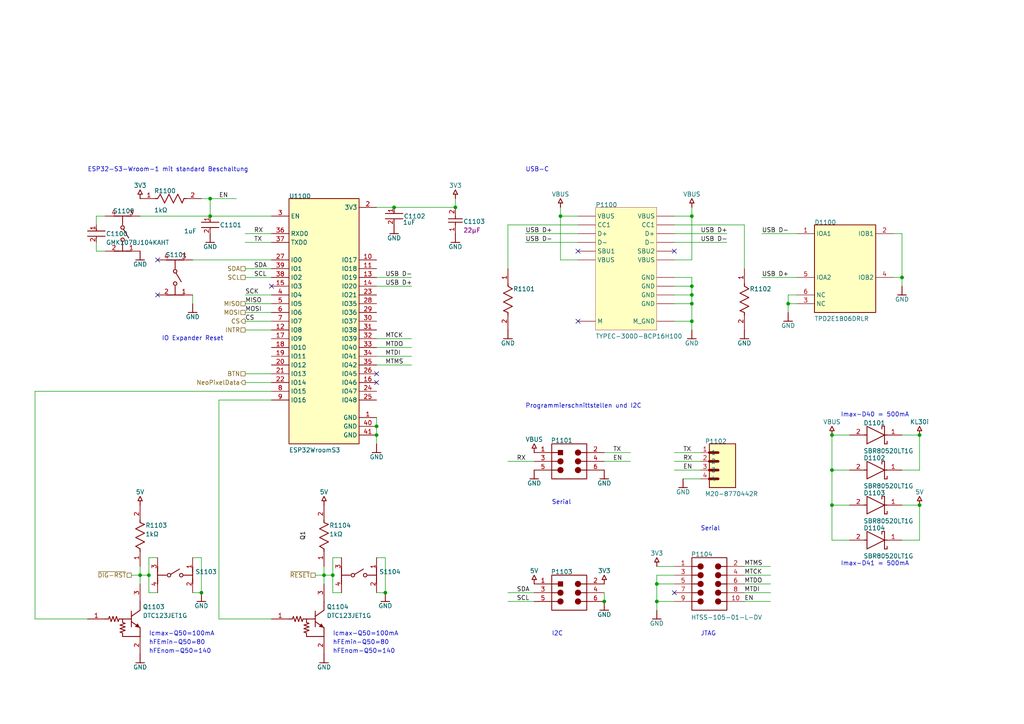
<source format=kicad_sch>
(kicad_sch (version 20231120) (generator "eeschema") (generator_version "8.0")
  (paper "A4")
  (junction (at 111.76 171.9072))
  (junction (at 200.66 62.6872))
  (junction (at 43.18 166.8272))
  (junction (at 40.64 166.8272))
  (junction (at 58.42 171.9072))
  (junction (at 200.66 85.5472))
  (junction (at 96.52 166.8272))
  (junction (at 261.62 80.4672))
  (junction (at 228.6 88.0872))
  (junction (at 200.66 93.1672))
  (junction (at 190.5 174.4472))
  (junction (at 175.26 174.4472))
  (junction (at 109.22 123.6472))
  (junction (at 241.3 136.3472))
  (junction (at 266.7 126.1872))
  (junction (at 60.96 62.6872))
  (junction (at 241.3 126.1872))
  (junction (at 200.66 83.0072))
  (junction (at 162.56 62.6872))
  (junction (at 132.08 60.1472))
  (junction (at 190.5 169.3672))
  (junction (at 109.22 126.1872))
  (junction (at 93.98 166.8272))
  (junction (at 200.66 88.0872))
  (junction (at 114.3 60.1472))
  (junction (at 60.96 57.6072))
  (junction (at 241.3 146.5072))
  (junction (at 266.7 146.5072))
  (no_connect (at 109.22 108.4072))
  (no_connect (at 45.72 75.3872))
  (no_connect (at 167.64 72.8472))
  (no_connect (at 195.58 171.9072))
  (no_connect (at 195.58 72.8472))
  (no_connect (at 167.64 93.1672))
  (no_connect (at 45.72 85.5472))
  (no_connect (at 109.22 110.9472))
  (no_connect (at 78.74 83.0072))
  (wire (pts (xy 71.12 70.3072) (xy 78.74 70.3072)))
  (wire (pts (xy 215.9 65.2272) (xy 195.58 65.2272)))
  (wire (pts (xy 200.66 83.0072) (xy 200.66 80.4672)))
  (wire (pts (xy 60.96 57.6072) (xy 68.58 57.6072)))
  (wire (pts (xy 60.96 62.6872) (xy 60.96 57.6072)))
  (wire (pts (xy 223.52 169.3672) (xy 215.9 169.3672)))
  (wire (pts (xy 78.74 93.1672) (xy 71.12 93.1672)))
  (wire (pts (xy 147.32 77.9272) (xy 147.32 65.2272)))
  (wire (pts (xy 40.64 166.8272) (xy 38.1 166.8272)))
  (wire (pts (xy 220.98 67.7672) (xy 231.14 67.7672)))
  (wire (pts (xy 241.3 136.3472) (xy 246.38 136.3472)))
  (wire (pts (xy 93.98 166.8272) (xy 93.98 169.3672)))
  (wire (pts (xy 119.38 103.3272) (xy 109.22 103.3272)))
  (wire (pts (xy 195.58 133.8072) (xy 203.2 133.8072)))
  (wire (pts (xy 111.76 161.7472) (xy 111.76 171.9072)))
  (wire (pts (xy 266.7 136.3472) (xy 266.7 126.1872)))
  (wire (pts (xy 60.96 57.6072) (xy 58.42 57.6072)))
  (wire (pts (xy 96.52 171.9072) (xy 99.06 171.9072)))
  (wire (pts (xy 261.62 80.4672) (xy 261.62 67.7672)))
  (wire (pts (xy 119.38 105.8672) (xy 109.22 105.8672)))
  (wire (pts (xy 190.5 164.2872) (xy 195.58 164.2872)))
  (wire (pts (xy 78.74 88.0872) (xy 71.12 88.0872)))
  (wire (pts (xy 40.64 62.6872) (xy 60.96 62.6872)))
  (wire (pts (xy 93.98 166.8272) (xy 91.44 166.8272)))
  (wire (pts (xy 182.88 131.2672) (xy 175.26 131.2672)))
  (wire (pts (xy 261.62 83.0072) (xy 261.62 80.4672)))
  (wire (pts (xy 99.06 161.7472) (xy 96.52 161.7472)))
  (wire (pts (xy 71.12 95.7072) (xy 78.74 95.7072)))
  (wire (pts (xy 167.64 62.6872) (xy 162.56 62.6872)))
  (wire (pts (xy 228.6 88.0872) (xy 228.6 85.5472)))
  (wire (pts (xy 241.3 146.5072) (xy 241.3 156.6672)))
  (wire (pts (xy 114.3 60.1472) (xy 132.08 60.1472)))
  (wire (pts (xy 228.6 85.5472) (xy 231.14 85.5472)))
  (wire (pts (xy 109.22 171.9072) (xy 111.76 171.9072)))
  (wire (pts (xy 241.3 156.6672) (xy 246.38 156.6672)))
  (wire (pts (xy 175.26 171.9072) (xy 175.26 174.4472)))
  (wire (pts (xy 78.74 62.6872) (xy 60.96 62.6872)))
  (wire (pts (xy 10.16 179.5272) (xy 10.16 113.4872)))
  (wire (pts (xy 210.82 67.7672) (xy 195.58 67.7672)))
  (wire (pts (xy 203.2 136.3472) (xy 195.58 136.3472)))
  (wire (pts (xy 200.66 85.5472) (xy 200.66 83.0072)))
  (wire (pts (xy 109.22 128.7272) (xy 109.22 126.1872)))
  (wire (pts (xy 210.82 70.3072) (xy 195.58 70.3072)))
  (wire (pts (xy 132.08 57.6072) (xy 132.08 60.1472)))
  (wire (pts (xy 43.18 161.7472) (xy 43.18 166.8272)))
  (wire (pts (xy 71.12 77.9272) (xy 78.74 77.9272)))
  (wire (pts (xy 27.94 70.3072) (xy 27.94 72.8472)))
  (wire (pts (xy 195.58 169.3672) (xy 190.5 169.3672)))
  (wire (pts (xy 261.62 67.7672) (xy 259.08 67.7672)))
  (wire (pts (xy 43.18 166.8272) (xy 43.18 171.9072)))
  (wire (pts (xy 200.66 62.6872) (xy 200.66 60.1472)))
  (wire (pts (xy 78.74 85.5472) (xy 71.12 85.5472)))
  (wire (pts (xy 200.66 88.0872) (xy 200.66 85.5472)))
  (wire (pts (xy 215.9 77.9272) (xy 215.9 65.2272)))
  (wire (pts (xy 78.74 179.5272) (xy 63.5 179.5272)))
  (wire (pts (xy 109.22 126.1872) (xy 109.22 123.6472)))
  (wire (pts (xy 109.22 123.6472) (xy 109.22 121.1072)))
  (wire (pts (xy 246.38 146.5072) (xy 241.3 146.5072)))
  (wire (pts (xy 259.08 80.4672) (xy 261.62 80.4672)))
  (wire (pts (xy 71.12 110.9472) (xy 78.74 110.9472)))
  (wire (pts (xy 27.94 62.6872) (xy 30.48 62.6872)))
  (wire (pts (xy 190.5 169.3672) (xy 190.5 174.4472)))
  (wire (pts (xy 45.72 161.7472) (xy 43.18 161.7472)))
  (wire (pts (xy 246.38 126.1872) (xy 241.3 126.1872)))
  (wire (pts (xy 190.5 166.8272) (xy 190.5 169.3672)))
  (wire (pts (xy 55.88 75.3872) (xy 78.74 75.3872)))
  (wire (pts (xy 228.6 88.0872) (xy 231.14 88.0872)))
  (wire (pts (xy 55.88 88.0872) (xy 55.88 85.5472)))
  (wire (pts (xy 71.12 80.4672) (xy 78.74 80.4672)))
  (wire (pts (xy 147.32 133.8072) (xy 154.94 133.8072)))
  (wire (pts (xy 223.52 164.2872) (xy 215.9 164.2872)))
  (wire (pts (xy 58.42 161.7472) (xy 58.42 171.9072)))
  (wire (pts (xy 223.52 166.8272) (xy 215.9 166.8272)))
  (wire (pts (xy 200.66 75.3872) (xy 200.66 62.6872)))
  (wire (pts (xy 96.52 161.7472) (xy 96.52 166.8272)))
  (wire (pts (xy 241.3 126.1872) (xy 241.3 136.3472)))
  (wire (pts (xy 200.66 95.7072) (xy 200.66 93.1672)))
  (wire (pts (xy 96.52 166.8272) (xy 93.98 166.8272)))
  (wire (pts (xy 119.38 98.2472) (xy 109.22 98.2472)))
  (wire (pts (xy 223.52 171.9072) (xy 215.9 171.9072)))
  (wire (pts (xy 27.94 65.2272) (xy 27.94 62.6872)))
  (wire (pts (xy 152.4 67.7672) (xy 167.64 67.7672)))
  (wire (pts (xy 147.32 174.4472) (xy 154.94 174.4472)))
  (wire (pts (xy 147.32 65.2272) (xy 167.64 65.2272)))
  (wire (pts (xy 195.58 88.0872) (xy 200.66 88.0872)))
  (wire (pts (xy 119.38 100.7872) (xy 109.22 100.7872)))
  (wire (pts (xy 241.3 136.3472) (xy 241.3 146.5072)))
  (wire (pts (xy 200.66 93.1672) (xy 200.66 88.0872)))
  (wire (pts (xy 182.88 133.8072) (xy 175.26 133.8072)))
  (wire (pts (xy 223.52 174.4472) (xy 215.9 174.4472)))
  (wire (pts (xy 10.16 113.4872) (xy 78.74 113.4872)))
  (wire (pts (xy 195.58 75.3872) (xy 200.66 75.3872)))
  (wire (pts (xy 200.66 93.1672) (xy 195.58 93.1672)))
  (wire (pts (xy 266.7 156.6672) (xy 261.62 156.6672)))
  (wire (pts (xy 109.22 83.0072) (xy 119.38 83.0072)))
  (wire (pts (xy 162.56 62.6872) (xy 162.56 75.3872)))
  (wire (pts (xy 43.18 171.9072) (xy 45.72 171.9072)))
  (wire (pts (xy 43.18 166.8272) (xy 40.64 166.8272)))
  (wire (pts (xy 152.4 70.3072) (xy 167.64 70.3072)))
  (wire (pts (xy 93.98 164.2872) (xy 93.98 166.8272)))
  (wire (pts (xy 96.52 166.8272) (xy 96.52 171.9072)))
  (wire (pts (xy 266.7 126.1872) (xy 261.62 126.1872)))
  (wire (pts (xy 261.62 146.5072) (xy 266.7 146.5072)))
  (wire (pts (xy 261.62 136.3472) (xy 266.7 136.3472)))
  (wire (pts (xy 200.66 85.5472) (xy 195.58 85.5472)))
  (wire (pts (xy 195.58 166.8272) (xy 190.5 166.8272)))
  (wire (pts (xy 71.12 67.7672) (xy 78.74 67.7672)))
  (wire (pts (xy 40.64 164.2872) (xy 40.64 166.8272)))
  (wire (pts (xy 200.66 62.6872) (xy 195.58 62.6872)))
  (wire (pts (xy 63.5 179.5272) (xy 63.5 116.0272)))
  (wire (pts (xy 71.12 108.4072) (xy 78.74 108.4072)))
  (wire (pts (xy 55.88 161.7472) (xy 58.42 161.7472)))
  (wire (pts (xy 190.5 174.4472) (xy 190.5 176.9872)))
  (wire (pts (xy 162.56 60.1472) (xy 162.56 62.6872)))
  (wire (pts (xy 40.64 166.8272) (xy 40.64 169.3672)))
  (wire (pts (xy 109.22 80.4672) (xy 119.38 80.4672)))
  (wire (pts (xy 27.94 72.8472) (xy 30.48 72.8472)))
  (wire (pts (xy 63.5 116.0272) (xy 78.74 116.0272)))
  (wire (pts (xy 78.74 90.6272) (xy 71.12 90.6272)))
  (wire (pts (xy 109.22 161.7472) (xy 111.76 161.7472)))
  (wire (pts (xy 200.66 80.4672) (xy 195.58 80.4672)))
  (wire (pts (xy 203.2 131.2672) (xy 195.58 131.2672)))
  (wire (pts (xy 195.58 174.4472) (xy 190.5 174.4472)))
  (wire (pts (xy 58.42 171.9072) (xy 55.88 171.9072)))
  (wire (pts (xy 195.58 83.0072) (xy 200.66 83.0072)))
  (wire (pts (xy 198.12 138.8872) (xy 203.2 138.8872)))
  (wire (pts (xy 162.56 75.3872) (xy 167.64 75.3872)))
  (wire (pts (xy 220.98 80.4672) (xy 231.14 80.4672)))
  (wire (pts (xy 266.7 146.5072) (xy 266.7 156.6672)))
  (wire (pts (xy 228.6 90.6272) (xy 228.6 88.0872)))
  (wire (pts (xy 25.4 179.5272) (xy 10.16 179.5272)))
  (wire (pts (xy 147.32 171.9072) (xy 154.94 171.9072)))
  (wire (pts (xy 114.3 60.1472) (xy 109.22 60.1472)))
  (text "hFEmin-Q50=80" (at 43.18 187.1472 0) (effects (font (size 1.27 1.27)) (justify left bottom)))
  (text "ESP32-S3-Wroom-1 mit standard Beschaltung" (at 25.4 49.9872 0) (effects (font (size 1.27 1.27)) (justify left bottom)))
  (text "Programmierschnittstellen und I2C" (at 152.4 118.5672 0) (effects (font (size 1.27 1.27)) (justify left bottom)))
  (text "hFEmin-Q50=80" (at 96.52 187.1472 0) (effects (font (size 1.27 1.27)) (justify left bottom)))
  (text "Serial" (at 203.2 154.1272 0) (effects (font (size 1.27 1.27)) (justify left bottom)))
  (text "JTAG" (at 203.2 184.6072 0) (effects (font (size 1.27 1.27)) (justify left bottom)))
  (text "I2C" (at 160.02 184.6072 0) (effects (font (size 1.27 1.27)) (justify left bottom)))
  (text "Icmax-Q50=100mA" (at 43.18 184.6072 0) (effects (font (size 1.27 1.27)) (justify left bottom)))
  (text "Imax-D40 = 500mA" (at 243.84 121.1072 0) (effects (font (size 1.27 1.27)) (justify left bottom)))
  (text "Imax-D41 = 500mA" (at 243.84 164.2872 0) (effects (font (size 1.27 1.27)) (justify left bottom)))
  (text "Serial" (at 160.02 146.5072 0) (effects (font (size 1.27 1.27)) (justify left bottom)))
  (text "IO Expander Reset" (at 55.88 98.2472 0) (effects (font (size 1.27 1.27))))
  (text "hFEnom-Q50=140" (at 43.18 189.6872 0) (effects (font (size 1.27 1.27)) (justify left bottom)))
  (text "USB-C" (at 152.4 49.9872 0) (effects (font (size 1.27 1.27)) (justify left bottom)))
  (text "Icmax-Q50=100mA" (at 96.52 184.6072 0) (effects (font (size 1.27 1.27)) (justify left bottom)))
  (text "hFEnom-Q50=140" (at 96.52 189.6872 0) (effects (font (size 1.27 1.27)) (justify left bottom)))
  (label "USB D+" (at 220.98 80.4672 0))
  (label "MISO" (at 71.12 88.0872 0))
  (label "EN" (at 177.8 133.8072 0))
  (label "USB D-" (at 203.2 70.3072 0))
  (label "SDA" (at 149.86 171.9072 0))
  (label "USB D-" (at 152.4 70.3072 0))
  (label "EN" (at 198.12 136.3472 0))
  (label "USB D+" (at 111.76 83.0072 0))
  (label "MTCK" (at 111.76 98.2472 0))
  (label "SCK" (at 71.12 85.5472 0))
  (label "MTMS" (at 111.76 105.8672 0))
  (label "EN" (at 215.9 174.4472 0))
  (label "SCL" (at 73.66 80.4672 0))
  (label "TX" (at 73.66 70.3072 0))
  (label "USB D-" (at 111.76 80.4672 0))
  (label "RX" (at 149.86 133.8072 0))
  (label "Q1" (at 88.9 156.6672 90))
  (label "USB D+" (at 152.4 67.7672 0))
  (label "RX" (at 198.12 133.8072 0))
  (label "USB D+" (at 203.2 67.7672 0))
  (label "MTCK" (at 215.9 166.8272 0))
  (label "TX" (at 177.8 131.2672 0))
  (label "MTDO" (at 111.76 100.7872 0))
  (label "MOSI" (at 71.12 90.6272 0))
  (label "USB D-" (at 220.98 67.7672 0))
  (label "RX" (at 73.66 67.7672 0))
  (label "CS" (at 71.12 93.1672 0))
  (label "MTDI" (at 215.9 171.9072 0))
  (label "TX" (at 198.12 131.2672 0))
  (label "SDA" (at 73.66 77.9272 0))
  (label "EN" (at 63.5 57.6072 0))
  (label "MTMS" (at 215.9 164.2872 0))
  (label "MTDO" (at 215.9 169.3672 0))
  (label "MTDI" (at 111.76 103.3272 0))
  (label "SCL" (at 149.86 174.4472 0))
  (hierarchical_label "MISO" (shape passive) (at 71.12 88.0872 180))
  (hierarchical_label "SCL" (shape passive) (at 71.12 80.4672 180))
  (hierarchical_label "SDA" (shape passive) (at 71.12 77.9272 180))
  (hierarchical_label "NeoPixelData" (shape output) (at 71.12 110.9472 180))
  (hierarchical_label "~{RESET}" (shape passive) (at 91.44 166.8272 180))
  (hierarchical_label "INTR" (shape passive) (at 71.12 95.7072 180))
  (hierarchical_label "BTN" (shape passive) (at 71.12 108.4072 180))
  (hierarchical_label "CS" (shape output) (at 71.12 93.1672 180))
  (hierarchical_label "MOSI" (shape passive) (at 71.12 90.6272 180))
  (hierarchical_label "~{DIG-RST}" (shape passive) (at 38.1 166.8272 180))
  (symbol (lib_id "Speedometer_Tech-altium-import:VBUS_ARROW") (at 162.56 60.1472 180) (unit 1)
    (property "Reference" "#PWR?" (effects (hide yes)))
    (property "Value" "VBUS" (at 162.56 56.3372 0))
  )
  (symbol (lib_id "Speedometer_Tech-altium-import:Designator_0_1029c3af85768c4190bb7ad29bc67b5") (at 40.64 57.6072 0) (unit 1)
    (property "Reference" "R1100" (at 44.704 56.0832 0) (effects (justify left bottom)))
    (property "Value" "1kΩ" (at 44.704 61.6712 0) (effects (justify left bottom)))
    (property "Footprint" "FP-CRCW0603-e3-MFG" (effects (hide yes)))
    (property "Description" "RES Thick Film, 1kΩ, 1%, 0.1W, 100ppm/°C, 0603, CRCW06031K00FKEA" (effects (hide yes)))
    (property "MAX OPERATING TEMPERATURE" "155°C" (effects (hide yes)))
    (property "NUMBER OF PINS" "2" (effects (hide yes)))
    (property "CASE CODE (IMPERIAL)" "0603" (effects (hide yes)))
    (property "MAX POWER DISSIPATION" "100mW" (effects (hide yes)))
    (property "WIDTH" "0.033inch" (effects (hide yes)))
    (property "POWER RATING" "100mW" (effects (hide yes)))
    (property "NUMBER OF TERMINATIONS" "2" (effects (hide yes)))
    (property "PACKAGE QUANTITY" "10" (effects (hide yes)))
    (property "WEIGHT" "7.1E-05oz" (effects (hide yes)))
    (property "VOLTAGE RATING" "75V" (effects (hide yes)))
    (property "TOLERANCE" "1%" (effects (hide yes)))
    (property "TEMPERATURE COEFFICIENT" "100ppm/°C" (effects (hide yes)))
    (property "MILITARY STANDARD" "Not" (effects (hide yes)))
    (property "MOUNT" "Surface Mount" (effects (hide yes)))
    (property "VOLTAGE RATING (DC)" "75V" (effects (hide yes)))
    (property "DEPTH" "0.85mm" (effects (hide yes)))
    (property "COMPOSITION" "Thick Film" (effects (hide yes)))
    (property "RADIATION HARDENING" "No" (effects (hide yes)))
    (property "TERMINATION" "SMD/SMT" (effects (hide yes)))
    (property "RESISTANCE" "1kR" (effects (hide yes)))
    (property "LENGTH" "1.55mm" (effects (hide yes)))
    (property "CASE CODE (METRIC)" "1608" (effects (hide yes)))
    (property "CONTACT PLATING" "Tin" (effects (hide yes)))
    (property "MIN OPERATING TEMPERATURE" "-55°C" (effects (hide yes)))
    (property "PACKAGING" "Tape and Reel" (effects (hide yes)))
    (property "HEIGHT" "0.45mm" (effects (hide yes)))
    (property "LEAD FREE" "Lead Free" (effects (hide yes)))
    (property "CASE/PACKAGE" "0603" (effects (hide yes)))
    (property "FEATURES" "Automotive AEC-Q200" (effects (hide yes)))
  )
  (symbol (lib_id "Speedometer_Tech-altium-import:Designator_3_1029c3af85768c4190bb7ad29bc67b5") (at 215.9 77.9272 0) (unit 1)
    (property "Reference" "R1102" (at 217.424 84.5312 0) (effects (justify left bottom)))
    (property "Value" "CRCW06035K10FKEA" (effects (hide yes)))
    (property "Footprint" "FP-CRCW0603-e3-IPC_C" (effects (hide yes)))
    (property "Description" "RES Thick Film, 5.1kΩ, 1%, 0.1W, 100ppm/°C, 0603" (effects (hide yes)))
    (property "WIDTH" "0.85mm" (effects (hide yes)))
    (property "DEPTH" "0.85mm" (effects (hide yes)))
    (property "MILITARY STANDARD" "Not" (effects (hide yes)))
    (property "PACKAGE QUANTITY" "5000" (effects (hide yes)))
    (property "CASE CODE (METRIC)" "1608" (effects (hide yes)))
    (property "LENGTH" "1.55mm" (effects (hide yes)))
    (property "WEIGHT" "7.1E-05oz" (effects (hide yes)))
    (property "PACKAGING" "Tape and Reel" (effects (hide yes)))
    (property "TEMPERATURE COEFFICIENT" "100ppm/°C" (effects (hide yes)))
    (property "POWER RATING" "100mW" (effects (hide yes)))
    (property "CASE CODE (IMPERIAL)" "0603" (effects (hide yes)))
    (property "VOLTAGE RATING (DC)" "75V" (effects (hide yes)))
    (property "LEAD FREE" "Lead Free" (effects (hide yes)))
    (property "RADIATION HARDENING" "No" (effects (hide yes)))
    (property "CONTACT PLATING" "Tin" (effects (hide yes)))
    (property "COMPOSITION" "Thick Film" (effects (hide yes)))
    (property "MAX OPERATING TEMPERATURE" "155°C" (effects (hide yes)))
    (property "TERMINATION" "SMD/SMT" (effects (hide yes)))
    (property "CASE/PACKAGE" "0603" (effects (hide yes)))
    (property "MIN OPERATING TEMPERATURE" "-55°C" (effects (hide yes)))
    (property "TOLERANCE" "1%" (effects (hide yes)))
    (property "VOLTAGE RATING" "75V" (effects (hide yes)))
    (property "RESISTANCE" "5.1kR" (effects (hide yes)))
    (property "MOUNT" "Surface Mount" (effects (hide yes)))
    (property "HEIGHT" "0.45mm" (effects (hide yes)))
  )
  (symbol (lib_id "Speedometer_Tech-altium-import:GND_BAR") (at 132.08 67.7672 0) (unit 1)
    (property "Reference" "#PWR?" (effects (hide yes)))
    (property "Value" "GND" (at 132.08 71.5772 0))
  )
  (symbol (lib_id "Speedometer_Tech-altium-import:Designator_0_1adf0dd01260c80cf25a44bfd6b99ba") (at 99.06 161.7472 0) (unit 1)
    (property "Reference" "S1104" (at 109.982 166.5732 0) (effects (justify left bottom)))
    (property "Footprint" "FP-PTS645SM43SMTR92LFS-MFG" (effects (hide yes)))
    (property "Description" "SWITCH TACTILE SPST-NO 0.05A 12V\r\nPTS645SM43SMTR92LFS" (effects (hide yes)))
    (property "CONTACT RESISTANCE" "100mR" (effects (hide yes)))
    (property "MIN OPERATING TEMPERATURE" "-20°C" (effects (hide yes)))
    (property "REACH SVHC" "No SVHC" (effects (hide yes)))
    (property "TERMINATION" "Gull Wing" (effects (hide yes)))
    (property "THROW CONFIGURATION" "SPST" (effects (hide yes)))
    (property "ILLUMINATION TYPE" "Non-Illuminated" (effects (hide yes)))
    (property "CASE/PACKAGE" "SMD/SMT" (effects (hide yes)))
    (property "PACKAGING" "Tape and Reel" (effects (hide yes)))
    (property "MOUNT" "Surface Mount" (effects (hide yes)))
    (property "MECHANICAL LIFE" "100000Cycles" (effects (hide yes)))
    (property "VOLTAGE RATING (DC)" "12V" (effects (hide yes)))
    (property "CURRENT RATING" "50mA" (effects (hide yes)))
    (property "ORIENTATION" "Straight" (effects (hide yes)))
    (property "SWITCH FUNCTION" "Off-Mom" (effects (hide yes)))
    (property "LEAD FREE" "Lead Free" (effects (hide yes)))
    (property "ACTUATOR LENGTH" "0.85mm" (effects (hide yes)))
    (property "CONTACT MATERIAL" "Silver" (effects (hide yes)))
    (property "COLOR" "Black" (effects (hide yes)))
    (property "MAX CURRENT RATING" "50mA" (effects (hide yes)))
    (property "ACTUATOR MATERIAL" "Nylon" (effects (hide yes)))
    (property "ACTUATOR TYPE" "Standard" (effects (hide yes)))
    (property "CONTACT PLATING" "Silver" (effects (hide yes)))
    (property "DEPTH" "9mm" (effects (hide yes)))
    (property "PACKAGE QUANTITY" "1" (effects (hide yes)))
    (property "MAX VOLTAGE RATING (DC)" "12V" (effects (hide yes)))
    (property "OPERATING FORCE" "160gf" (effects (hide yes)))
    (property "LENGTH" "6mm" (effects (hide yes)))
    (property "MAX OPERATING TEMPERATURE" "60°C" (effects (hide yes)))
  )
  (symbol (lib_id "Speedometer_Tech-altium-import:KL30i_ARROW") (at 266.7 126.1872 180) (unit 1)
    (property "Reference" "#PWR?" (effects (hide yes)))
    (property "Value" "KL30i" (at 266.7 122.3772 0))
  )
  (symbol (lib_id "Speedometer_Tech-altium-import:Designator_3_1adf0dd01260c80cf25a44bfd6b99ba") (at 40.64 62.6872 0) (unit 1)
    (property "Reference" "S1100" (at 32.766 61.9252 0) (effects (justify left bottom)))
    (property "Footprint" "FP-PTS645SM43SMTR92LFS-MFG" (effects (hide yes)))
    (property "Description" "SWITCH TACTILE SPST-NO 0.05A 12V\r\nPTS645SM43SMTR92LFS" (effects (hide yes)))
    (property "CONTACT RESISTANCE" "100mR" (effects (hide yes)))
    (property "MIN OPERATING TEMPERATURE" "-20°C" (effects (hide yes)))
    (property "REACH SVHC" "No SVHC" (effects (hide yes)))
    (property "TERMINATION" "Gull Wing" (effects (hide yes)))
    (property "THROW CONFIGURATION" "SPST" (effects (hide yes)))
    (property "ILLUMINATION TYPE" "Non-Illuminated" (effects (hide yes)))
    (property "CASE/PACKAGE" "SMD/SMT" (effects (hide yes)))
    (property "PACKAGING" "Tape and Reel" (effects (hide yes)))
    (property "MOUNT" "Surface Mount" (effects (hide yes)))
    (property "MECHANICAL LIFE" "100000Cycles" (effects (hide yes)))
    (property "VOLTAGE RATING (DC)" "12V" (effects (hide yes)))
    (property "CURRENT RATING" "50mA" (effects (hide yes)))
    (property "ORIENTATION" "Straight" (effects (hide yes)))
    (property "SWITCH FUNCTION" "Off-Mom" (effects (hide yes)))
    (property "LEAD FREE" "Lead Free" (effects (hide yes)))
    (property "ACTUATOR LENGTH" "0.85mm" (effects (hide yes)))
    (property "CONTACT MATERIAL" "Silver" (effects (hide yes)))
    (property "COLOR" "Black" (effects (hide yes)))
    (property "MAX CURRENT RATING" "50mA" (effects (hide yes)))
    (property "ACTUATOR MATERIAL" "Nylon" (effects (hide yes)))
    (property "ACTUATOR TYPE" "Standard" (effects (hide yes)))
    (property "CONTACT PLATING" "Silver" (effects (hide yes)))
    (property "DEPTH" "9mm" (effects (hide yes)))
    (property "PACKAGE QUANTITY" "1" (effects (hide yes)))
    (property "MAX VOLTAGE RATING (DC)" "12V" (effects (hide yes)))
    (property "OPERATING FORCE" "160gf" (effects (hide yes)))
    (property "LENGTH" "6mm" (effects (hide yes)))
    (property "MAX OPERATING TEMPERATURE" "60°C" (effects (hide yes)))
  )
  (symbol (lib_id "Speedometer_Tech-altium-import:GND_BAR") (at 60.96 67.7672 0) (unit 1)
    (property "Reference" "#PWR?" (effects (hide yes)))
    (property "Value" "GND" (at 60.96 71.5772 0))
  )
  (symbol (lib_id "Speedometer_Tech-altium-import:Designator_0_02cd4be3c70576c341d710602a673aa") (at 27.94 65.2272 0) (unit 1)
    (property "Reference" "C1100" (at 30.734 68.5292 0) (effects (justify left bottom)))
    (property "Value" "GMK107BJ104KAHT" (at 30.734 71.0692 0) (effects (justify left bottom)))
    (property "Footprint" "FP-0603-L_1_6_0_1-W_0_8_0-IPC_B" (effects (hide yes)))
    (property "Description" "Ceramic Capacitor Automotive 0.1uF ±10% 35V X5R 0603" (effects (hide yes)))
    (property "PACKAGING" "Digi-Reel®" (effects (hide yes)))
    (property "HEIGHT" "900µm" (effects (hide yes)))
    (property "WIDTH" "800µm" (effects (hide yes)))
    (property "THICKNESS" "889µm" (effects (hide yes)))
    (property "MIN OPERATING TEMPERATURE" "-55°C" (effects (hide yes)))
    (property "TERMINATION" "SMD/SMT" (effects (hide yes)))
    (property "MOUNT" "Surface Mount" (effects (hide yes)))
    (property "RATINGS" "AEC-Q200" (effects (hide yes)))
    (property "HALOGEN FREE" "Halogen Free" (effects (hide yes)))
    (property "TOLERANCE" "10%" (effects (hide yes)))
    (property "MAX OPERATING TEMPERATURE" "85°C" (effects (hide yes)))
    (property "CASE CODE (METRIC)" "1608" (effects (hide yes)))
    (property "CASE/PACKAGE" "0603" (effects (hide yes)))
    (property "LEAD FREE" "Lead Free" (effects (hide yes)))
    (property "CASE CODE (IMPERIAL)" "0603" (effects (hide yes)))
    (property "LENGTH" "1.6002mm" (effects (hide yes)))
    (property "VOLTAGE RATING" "35V" (effects (hide yes)))
    (property "CAPACITANCE" "100nF" (effects (hide yes)))
    (property "VOLTAGE RATING (DC)" "35V" (effects (hide yes)))
    (property "DIELECTRIC" "X5R" (effects (hide yes)))
    (property "MIN WIDTH" "700µm" (effects (hide yes)))
    (property "MIN LENGTH" "1.5mm" (effects (hide yes)))
    (property "MAX LENGTH" "1.7mm" (effects (hide yes)))
    (property "MATERIAL" "Ceramic" (effects (hide yes)))
    (property "NEXARPARTID" "29103042" (effects (hide yes)))
    (property "MIN THICKNESS" "700µm" (effects (hide yes)))
    (property "MAX THICKNESS" "900µm" (effects (hide yes)))
    (property "ROHS" "Compliant" (effects (hide yes)))
    (property "MAX WIDTH" "900µm" (effects (hide yes)))
  )
  (symbol (lib_id "Speedometer_Tech-altium-import:3V3_ARROW") (at 190.5 164.2872 180) (unit 1)
    (property "Reference" "#PWR?" (effects (hide yes)))
    (property "Value" "3V3" (at 190.5 160.4772 0))
  )
  (symbol (lib_id "Speedometer_Tech-altium-import:VBUS_ARROW") (at 200.66 60.1472 180) (unit 1)
    (property "Reference" "#PWR?" (effects (hide yes)))
    (property "Value" "VBUS" (at 200.66 56.3372 0))
  )
  (symbol (lib_id "Speedometer_Tech-altium-import:5V_ARROW") (at 40.64 146.5072 180) (unit 1)
    (property "Reference" "#PWR?" (effects (hide yes)))
    (property "Value" "5V" (at 40.64 142.6972 0))
  )
  (symbol (lib_id "Speedometer_Tech-altium-import:Designator_1_1029c3af85768c4190bb7ad29bc67b5") (at 93.98 164.2872 0) (unit 1)
    (property "Reference" "R1104" (at 95.504 153.1112 0) (effects (justify left bottom)))
    (property "Value" "1kΩ" (at 95.504 155.6512 0) (effects (justify left bottom)))
    (property "Footprint" "FP-CRCW0603-e3-MFG" (effects (hide yes)))
    (property "Description" "RES Thick Film, 1kΩ, 1%, 0.1W, 100ppm/°C, 0603, CRCW06031K00FKEA" (effects (hide yes)))
    (property "MAX OPERATING TEMPERATURE" "155°C" (effects (hide yes)))
    (property "NUMBER OF PINS" "2" (effects (hide yes)))
    (property "CASE CODE (IMPERIAL)" "0603" (effects (hide yes)))
    (property "MAX POWER DISSIPATION" "100mW" (effects (hide yes)))
    (property "WIDTH" "0.033inch" (effects (hide yes)))
    (property "POWER RATING" "100mW" (effects (hide yes)))
    (property "NUMBER OF TERMINATIONS" "2" (effects (hide yes)))
    (property "PACKAGE QUANTITY" "10" (effects (hide yes)))
    (property "WEIGHT" "7.1E-05oz" (effects (hide yes)))
    (property "VOLTAGE RATING" "75V" (effects (hide yes)))
    (property "TOLERANCE" "1%" (effects (hide yes)))
    (property "TEMPERATURE COEFFICIENT" "100ppm/°C" (effects (hide yes)))
    (property "MILITARY STANDARD" "Not" (effects (hide yes)))
    (property "MOUNT" "Surface Mount" (effects (hide yes)))
    (property "VOLTAGE RATING (DC)" "75V" (effects (hide yes)))
    (property "DEPTH" "0.85mm" (effects (hide yes)))
    (property "COMPOSITION" "Thick Film" (effects (hide yes)))
    (property "RADIATION HARDENING" "No" (effects (hide yes)))
    (property "TERMINATION" "SMD/SMT" (effects (hide yes)))
    (property "RESISTANCE" "1kR" (effects (hide yes)))
    (property "LENGTH" "1.55mm" (effects (hide yes)))
    (property "CASE CODE (METRIC)" "1608" (effects (hide yes)))
    (property "CONTACT PLATING" "Tin" (effects (hide yes)))
    (property "MIN OPERATING TEMPERATURE" "-55°C" (effects (hide yes)))
    (property "PACKAGING" "Tape and Reel" (effects (hide yes)))
    (property "HEIGHT" "0.45mm" (effects (hide yes)))
    (property "LEAD FREE" "Lead Free" (effects (hide yes)))
    (property "CASE/PACKAGE" "0603" (effects (hide yes)))
    (property "FEATURES" "Automotive AEC-Q200" (effects (hide yes)))
  )
  (symbol (lib_id "Speedometer_Tech-altium-import:GND_BAR") (at 40.64 72.8472 0) (unit 1)
    (property "Reference" "#PWR?" (effects (hide yes)))
    (property "Value" "GND" (at 40.64 76.6572 0))
  )
  (symbol (lib_id "Speedometer_Tech-altium-import:5V_ARROW") (at 154.94 169.3672 180) (unit 1)
    (property "Reference" "#PWR?" (effects (hide yes)))
    (property "Value" "5V" (at 154.94 165.5572 0))
  )
  (symbol (lib_id "Speedometer_Tech-altium-import:Designator_0_ONSC-BRT-NPN-B1E2C3-3") (at 83.82 174.4472 0) (unit 1)
    (property "Reference" "Q1104" (at 94.742 176.7332 0) (effects (justify left bottom)))
    (property "Value" "DTC123JET1G" (at 94.742 179.2732 0) (effects (justify left bottom)))
    (property "Footprint" "ONSC-SC-75-3-463-01_V" (effects (hide yes)))
    (property "Description" "Digital Transistor (BRT), R1=2.2 kOhm, R2=47 kOhm, NPN Transistor, 3-Pin SC-75, Pb-Free, Tape and Reel" (effects (hide yes)))
    (property "COMPONENTLINK1URL" "http://www.onsemi.com/" (effects (hide yes)))
    (property "COMPONENTLINK2URL" "http://www.onsemi.cn/pub_link/Collateral/DTC123J-D.PDF" (effects (hide yes)))
    (property "DATASHEETVERSION" "Rev. 1" (effects (hide yes)))
    (property "MOUNTING TECHNOLOGY" "Surface Mount" (effects (hide yes)))
    (property "V(BR)CEO MIN (V)" "50" (effects (hide yes)))
    (property "COMPONENTLINK2DESCRIPTION" "Datasheet" (effects (hide yes)))
    (property "HFE MIN" "80" (effects (hide yes)))
    (property "PARTNUMBER" "DTC123JET1G" (effects (hide yes)))
    (property "PACKAGEDESCRIPTION" "3-Pin Small Outline Transistor, Body 1.6 x 0.8 mm, Pitch 0.5 mm" (effects (hide yes)))
    (property "POLARITY" "NPN" (effects (hide yes)))
    (property "PACKAGEVERSION" "Rev. F, 07/2005" (effects (hide yes)))
    (property "COMPONENTLINK3DESCRIPTION" "Package Specification" (effects (hide yes)))
    (property "PACKAGEREFERENCE" "SC-75-3-463-01" (effects (hide yes)))
    (property "PACKING" "Tape and Reel" (effects (hide yes)))
    (property "COMPONENTLINK3URL" "http://www.onsemi.com/pub_link/Collateral/463-01.PDF" (effects (hide yes)))
    (property "R1/R2 TYP" "0.047" (effects (hide yes)))
    (property "MANUFACTURER" "On Semiconductor" (effects (hide yes)))
    (property "IC CONTINUOUS (A)" "0.1" (effects (hide yes)))
    (property "COMPONENTLINK1DESCRIPTION" "Manufacturer URL" (effects (hide yes)))
    (property "ROHS" "TRUE" (effects (hide yes)))
  )
  (symbol (lib_id "Speedometer_Tech-altium-import:Designator_0_1d6ec82d83fb6aee721767c19dac4b9") (at 246.38 136.3472 0) (unit 1)
    (property "Reference" "D1102" (at 250.444 133.5532 0) (effects (justify left bottom)))
    (property "Value" "SBR80520LT1G" (at 250.444 141.6812 0) (effects (justify left bottom)))
    (property "Footprint" "FP-425-04-MFG" (effects (hide yes)))
    (property "Description" "DIODE SCHOTTKY 20V 500MA SOD123" (effects (hide yes)))
    (property "MIN OPERATING TEMPERATURE" "-65°C" (effects (hide yes)))
    (property "CASE/PACKAGE" "SOD-123-2" (effects (hide yes)))
    (property "HALOGEN FREE" "Halogen Free" (effects (hide yes)))
    (property "NUMBER OF PINS" "2" (effects (hide yes)))
    (property "MAX OPERATING TEMPERATURE" "125°C" (effects (hide yes)))
    (property "AVERAGE RECTIFIED CURRENT" "500mA" (effects (hide yes)))
    (property "WEIGHT" "0.000363oz" (effects (hide yes)))
    (property "FORWARD VOLTAGE" "385mV" (effects (hide yes)))
    (property "HEIGHT" "1.17mm" (effects (hide yes)))
    (property "REVERSE VOLTAGE (DC)" "20V" (effects (hide yes)))
    (property "FORWARD CURRENT" "500mA" (effects (hide yes)))
    (property "MAX REVERSE VOLTAGE (DC)" "20V" (effects (hide yes)))
    (property "ELEMENT CONFIGURATION" "Single" (effects (hide yes)))
    (property "WIDTH" "1.6mm" (effects (hide yes)))
    (property "MAX FORWARD SURGE CURRENT (IFSM)" "5.5A" (effects (hide yes)))
    (property "TERMINATION" "SMD/SMT" (effects (hide yes)))
    (property "MAX REPETITIVE REVERSE VOLTAGE (VRRM)" "20V" (effects (hide yes)))
    (property "PACKAGE QUANTITY" "3000" (effects (hide yes)))
    (property "LENGTH" "2.69mm" (effects (hide yes)))
    (property "LEAD FREE" "Lead Free" (effects (hide yes)))
    (property "PEAK NON-REPETITIVE SURGE CURRENT" "5.5A" (effects (hide yes)))
    (property "PACKAGING" "Tape and Reel" (effects (hide yes)))
    (property "PEAK REVERSE CURRENT" "250uA" (effects (hide yes)))
  )
  (symbol (lib_id "Speedometer_Tech-altium-import:GND_BAR") (at 109.22 128.7272 0) (unit 1)
    (property "Reference" "#PWR?" (effects (hide yes)))
    (property "Value" "GND" (at 109.22 132.5372 0))
  )
  (symbol (lib_id "Speedometer_Tech-altium-import:GND_BAR") (at 215.9 95.7072 0) (unit 1)
    (property "Reference" "#PWR?" (effects (hide yes)))
    (property "Value" "GND" (at 215.9 99.5172 0))
  )
  (symbol (lib_id "Speedometer_Tech-altium-import:GND_BAR") (at 147.32 95.7072 0) (unit 1)
    (property "Reference" "#PWR?" (effects (hide yes)))
    (property "Value" "GND" (at 147.32 99.5172 0))
  )
  (symbol (lib_id "Speedometer_Tech-altium-import:Designator_0_TYPEC-300D-BCP16H100-Symbol-1") (at 167.64 62.6872 0) (unit 1)
    (property "Reference" "P1100" (at 172.72 60.1472 0) (effects (justify left bottom)))
    (property "Value" "TYPEC-300D-BCP16H100" (at 172.72 98.2472 0) (effects (justify left bottom)))
    (property "Footprint" "TYPEC-300D-BCP16H100-Footprint-1" (effects (hide yes)))
    (property "Description" "Vertical USB Type C Connector" (effects (hide yes)))
  )
  (symbol (lib_id "Speedometer_Tech-altium-import:Designator_0_1d6ec82d83fb6aee721767c19dac4b9") (at 246.38 146.5072 0) (unit 1)
    (property "Reference" "D1103" (at 250.444 143.7132 0) (effects (justify left bottom)))
    (property "Value" "SBR80520LT1G" (at 250.444 151.8412 0) (effects (justify left bottom)))
    (property "Footprint" "FP-425-04-MFG" (effects (hide yes)))
    (property "Description" "DIODE SCHOTTKY 20V 500MA SOD123" (effects (hide yes)))
    (property "MIN OPERATING TEMPERATURE" "-65°C" (effects (hide yes)))
    (property "CASE/PACKAGE" "SOD-123-2" (effects (hide yes)))
    (property "HALOGEN FREE" "Halogen Free" (effects (hide yes)))
    (property "NUMBER OF PINS" "2" (effects (hide yes)))
    (property "MAX OPERATING TEMPERATURE" "125°C" (effects (hide yes)))
    (property "AVERAGE RECTIFIED CURRENT" "500mA" (effects (hide yes)))
    (property "WEIGHT" "0.000363oz" (effects (hide yes)))
    (property "FORWARD VOLTAGE" "385mV" (effects (hide yes)))
    (property "HEIGHT" "1.17mm" (effects (hide yes)))
    (property "REVERSE VOLTAGE (DC)" "20V" (effects (hide yes)))
    (property "FORWARD CURRENT" "500mA" (effects (hide yes)))
    (property "MAX REVERSE VOLTAGE (DC)" "20V" (effects (hide yes)))
    (property "ELEMENT CONFIGURATION" "Single" (effects (hide yes)))
    (property "WIDTH" "1.6mm" (effects (hide yes)))
    (property "MAX FORWARD SURGE CURRENT (IFSM)" "5.5A" (effects (hide yes)))
    (property "TERMINATION" "SMD/SMT" (effects (hide yes)))
    (property "MAX REPETITIVE REVERSE VOLTAGE (VRRM)" "20V" (effects (hide yes)))
    (property "PACKAGE QUANTITY" "3000" (effects (hide yes)))
    (property "LENGTH" "2.69mm" (effects (hide yes)))
    (property "LEAD FREE" "Lead Free" (effects (hide yes)))
    (property "PEAK NON-REPETITIVE SURGE CURRENT" "5.5A" (effects (hide yes)))
    (property "PACKAGING" "Tape and Reel" (effects (hide yes)))
    (property "PEAK REVERSE CURRENT" "250uA" (effects (hide yes)))
  )
  (symbol (lib_id "Speedometer_Tech-altium-import:GND_BAR") (at 55.88 88.0872 0) (unit 1)
    (property "Reference" "#PWR?" (effects (hide yes)))
    (property "Value" "GND" (at 55.88 91.8972 0))
  )
  (symbol (lib_id "Speedometer_Tech-altium-import:GND_BAR") (at 93.98 189.6872 0) (unit 1)
    (property "Reference" "#PWR?" (effects (hide yes)))
    (property "Value" "GND" (at 93.98 193.4972 0))
  )
  (symbol (lib_id "Speedometer_Tech-altium-import:GND_BAR") (at 175.26 174.4472 0) (unit 1)
    (property "Reference" "#PWR?" (effects (hide yes)))
    (property "Value" "GND" (at 175.26 178.2572 0))
  )
  (symbol (lib_id "Speedometer_Tech-altium-import:Designator_0_1d6ec82d83fb6aee721767c19dac4b9") (at 246.38 156.6672 0) (unit 1)
    (property "Reference" "D1104" (at 250.444 153.8732 0) (effects (justify left bottom)))
    (property "Value" "SBR80520LT1G" (at 250.444 162.0012 0) (effects (justify left bottom)))
    (property "Footprint" "FP-425-04-MFG" (effects (hide yes)))
    (property "Description" "DIODE SCHOTTKY 20V 500MA SOD123" (effects (hide yes)))
    (property "MIN OPERATING TEMPERATURE" "-65°C" (effects (hide yes)))
    (property "CASE/PACKAGE" "SOD-123-2" (effects (hide yes)))
    (property "HALOGEN FREE" "Halogen Free" (effects (hide yes)))
    (property "NUMBER OF PINS" "2" (effects (hide yes)))
    (property "MAX OPERATING TEMPERATURE" "125°C" (effects (hide yes)))
    (property "AVERAGE RECTIFIED CURRENT" "500mA" (effects (hide yes)))
    (property "WEIGHT" "0.000363oz" (effects (hide yes)))
    (property "FORWARD VOLTAGE" "385mV" (effects (hide yes)))
    (property "HEIGHT" "1.17mm" (effects (hide yes)))
    (property "REVERSE VOLTAGE (DC)" "20V" (effects (hide yes)))
    (property "FORWARD CURRENT" "500mA" (effects (hide yes)))
    (property "MAX REVERSE VOLTAGE (DC)" "20V" (effects (hide yes)))
    (property "ELEMENT CONFIGURATION" "Single" (effects (hide yes)))
    (property "WIDTH" "1.6mm" (effects (hide yes)))
    (property "MAX FORWARD SURGE CURRENT (IFSM)" "5.5A" (effects (hide yes)))
    (property "TERMINATION" "SMD/SMT" (effects (hide yes)))
    (property "MAX REPETITIVE REVERSE VOLTAGE (VRRM)" "20V" (effects (hide yes)))
    (property "PACKAGE QUANTITY" "3000" (effects (hide yes)))
    (property "LENGTH" "2.69mm" (effects (hide yes)))
    (property "LEAD FREE" "Lead Free" (effects (hide yes)))
    (property "PEAK NON-REPETITIVE SURGE CURRENT" "5.5A" (effects (hide yes)))
    (property "PACKAGING" "Tape and Reel" (effects (hide yes)))
    (property "PEAK REVERSE CURRENT" "250uA" (effects (hide yes)))
  )
  (symbol (lib_id "Speedometer_Tech-altium-import:GND_BAR") (at 154.94 136.3472 0) (unit 1)
    (property "Reference" "#PWR?" (effects (hide yes)))
    (property "Value" "GND" (at 154.94 140.1572 0))
  )
  (symbol (lib_id "Speedometer_Tech-altium-import:Designator_0_b4654b650e69147ec39a6b967a45e02") (at 114.3 60.1472 0) (unit 1)
    (property "Reference" "C1102" (at 117.094 63.4492 0) (effects (justify left bottom)))
    (property "Value" "1uF" (at 116.84 65.2272 0) (effects (justify left bottom)))
    (property "Footprint" "FP-CGA3E-0_3-0_1-MFG" (effects (hide yes)))
    (property "Description" "Cap Ceramic 1uF 35V X7R 10% Pad SMD 0603 +125°C Automotive T/R\r\nCGA3E1X7R1V105K080AC" (effects (hide yes)))
    (property "TERMINATION" "SMD/SMT" (effects (hide yes)))
    (property "PACKAGING" "Tape and Reel" (effects (hide yes)))
    (property "CAPACITANCE" "1uF" (effects (hide yes)))
    (property "TOLERANCE" "10%" (effects (hide yes)))
    (property "MOUNT" "Surface Mount" (effects (hide yes)))
    (property "THICKNESS" "0.035inch" (effects (hide yes)))
    (property "CASE CODE (IMPERIAL)" "0603" (effects (hide yes)))
    (property "VOLTAGE RATING" "35V" (effects (hide yes)))
    (property "CASE/PACKAGE" "0603" (effects (hide yes)))
    (property "CASE CODE (METRIC)" "1608" (effects (hide yes)))
    (property "DIELECTRIC" "X7R" (effects (hide yes)))
    (property "WIDTH" "0.031inch" (effects (hide yes)))
    (property "LENGTH" "0.063inch" (effects (hide yes)))
    (property "MIN OPERATING TEMPERATURE" "-55°C" (effects (hide yes)))
    (property "WEIGHT" "7.1E-05oz" (effects (hide yes)))
    (property "MAX OPERATING TEMPERATURE" "125°C" (effects (hide yes)))
    (property "VOLTAGE RATING (DC)" "35V" (effects (hide yes)))
    (property "HEIGHT" "0.8mm" (effects (hide yes)))
    (property "RATINGS" "AEC-Q200" (effects (hide yes)))
    (property "PACKAGE QUANTITY" "4000" (effects (hide yes)))
  )
  (symbol (lib_id "Speedometer_Tech-altium-import:Designator_1_1029c3af85768c4190bb7ad29bc67b5") (at 40.64 164.2872 0) (unit 1)
    (property "Reference" "R1103" (at 42.164 153.1112 0) (effects (justify left bottom)))
    (property "Value" "1kΩ" (at 42.164 155.6512 0) (effects (justify left bottom)))
    (property "Footprint" "FP-CRCW0603-e3-MFG" (effects (hide yes)))
    (property "Description" "RES Thick Film, 1kΩ, 1%, 0.1W, 100ppm/°C, 0603, CRCW06031K00FKEA" (effects (hide yes)))
    (property "MAX OPERATING TEMPERATURE" "155°C" (effects (hide yes)))
    (property "NUMBER OF PINS" "2" (effects (hide yes)))
    (property "CASE CODE (IMPERIAL)" "0603" (effects (hide yes)))
    (property "MAX POWER DISSIPATION" "100mW" (effects (hide yes)))
    (property "WIDTH" "0.033inch" (effects (hide yes)))
    (property "POWER RATING" "100mW" (effects (hide yes)))
    (property "NUMBER OF TERMINATIONS" "2" (effects (hide yes)))
    (property "PACKAGE QUANTITY" "10" (effects (hide yes)))
    (property "WEIGHT" "7.1E-05oz" (effects (hide yes)))
    (property "VOLTAGE RATING" "75V" (effects (hide yes)))
    (property "TOLERANCE" "1%" (effects (hide yes)))
    (property "TEMPERATURE COEFFICIENT" "100ppm/°C" (effects (hide yes)))
    (property "MILITARY STANDARD" "Not" (effects (hide yes)))
    (property "MOUNT" "Surface Mount" (effects (hide yes)))
    (property "VOLTAGE RATING (DC)" "75V" (effects (hide yes)))
    (property "DEPTH" "0.85mm" (effects (hide yes)))
    (property "COMPOSITION" "Thick Film" (effects (hide yes)))
    (property "RADIATION HARDENING" "No" (effects (hide yes)))
    (property "TERMINATION" "SMD/SMT" (effects (hide yes)))
    (property "RESISTANCE" "1kR" (effects (hide yes)))
    (property "LENGTH" "1.55mm" (effects (hide yes)))
    (property "CASE CODE (METRIC)" "1608" (effects (hide yes)))
    (property "CONTACT PLATING" "Tin" (effects (hide yes)))
    (property "MIN OPERATING TEMPERATURE" "-55°C" (effects (hide yes)))
    (property "PACKAGING" "Tape and Reel" (effects (hide yes)))
    (property "HEIGHT" "0.45mm" (effects (hide yes)))
    (property "LEAD FREE" "Lead Free" (effects (hide yes)))
    (property "CASE/PACKAGE" "0603" (effects (hide yes)))
    (property "FEATURES" "Automotive AEC-Q200" (effects (hide yes)))
  )
  (symbol (lib_id "Speedometer_Tech-altium-import:VBUS_ARROW") (at 241.3 126.1872 180) (unit 1)
    (property "Reference" "#PWR?" (effects (hide yes)))
    (property "Value" "VBUS" (at 241.3 122.3772 0))
  )
  (symbol (lib_id "Speedometer_Tech-altium-import:GND_BAR") (at 40.64 189.6872 0) (unit 1)
    (property "Reference" "#PWR?" (effects (hide yes)))
    (property "Value" "GND" (at 40.64 193.4972 0))
  )
  (symbol (lib_id "Speedometer_Tech-altium-import:Designator_3_1adf0dd01260c80cf25a44bfd6b99ba") (at 55.88 75.3872 0) (unit 1)
    (property "Reference" "S1101" (at 48.006 74.6252 0) (effects (justify left bottom)))
    (property "Footprint" "FP-PTS645SM43SMTR92LFS-MFG" (effects (hide yes)))
    (property "Description" "SWITCH TACTILE SPST-NO 0.05A 12V\r\nPTS645SM43SMTR92LFS" (effects (hide yes)))
    (property "CONTACT RESISTANCE" "100mR" (effects (hide yes)))
    (property "MIN OPERATING TEMPERATURE" "-20°C" (effects (hide yes)))
    (property "REACH SVHC" "No SVHC" (effects (hide yes)))
    (property "TERMINATION" "Gull Wing" (effects (hide yes)))
    (property "THROW CONFIGURATION" "SPST" (effects (hide yes)))
    (property "ILLUMINATION TYPE" "Non-Illuminated" (effects (hide yes)))
    (property "CASE/PACKAGE" "SMD/SMT" (effects (hide yes)))
    (property "PACKAGING" "Tape and Reel" (effects (hide yes)))
    (property "MOUNT" "Surface Mount" (effects (hide yes)))
    (property "MECHANICAL LIFE" "100000Cycles" (effects (hide yes)))
    (property "VOLTAGE RATING (DC)" "12V" (effects (hide yes)))
    (property "CURRENT RATING" "50mA" (effects (hide yes)))
    (property "ORIENTATION" "Straight" (effects (hide yes)))
    (property "SWITCH FUNCTION" "Off-Mom" (effects (hide yes)))
    (property "LEAD FREE" "Lead Free" (effects (hide yes)))
    (property "ACTUATOR LENGTH" "0.85mm" (effects (hide yes)))
    (property "CONTACT MATERIAL" "Silver" (effects (hide yes)))
    (property "COLOR" "Black" (effects (hide yes)))
    (property "MAX CURRENT RATING" "50mA" (effects (hide yes)))
    (property "ACTUATOR MATERIAL" "Nylon" (effects (hide yes)))
    (property "ACTUATOR TYPE" "Standard" (effects (hide yes)))
    (property "CONTACT PLATING" "Silver" (effects (hide yes)))
    (property "DEPTH" "9mm" (effects (hide yes)))
    (property "PACKAGE QUANTITY" "1" (effects (hide yes)))
    (property "MAX VOLTAGE RATING (DC)" "12V" (effects (hide yes)))
    (property "OPERATING FORCE" "160gf" (effects (hide yes)))
    (property "LENGTH" "6mm" (effects (hide yes)))
    (property "MAX OPERATING TEMPERATURE" "60°C" (effects (hide yes)))
  )
  (symbol (lib_id "Speedometer_Tech-altium-import:Designator_3_1029c3af85768c4190bb7ad29bc67b5") (at 147.32 77.9272 0) (unit 1)
    (property "Reference" "R1101" (at 148.844 84.5312 0) (effects (justify left bottom)))
    (property "Value" "CRCW06035K10FKEA" (effects (hide yes)))
    (property "Footprint" "FP-CRCW0603-e3-IPC_C" (effects (hide yes)))
    (property "Description" "RES Thick Film, 5.1kΩ, 1%, 0.1W, 100ppm/°C, 0603" (effects (hide yes)))
    (property "WIDTH" "0.85mm" (effects (hide yes)))
    (property "DEPTH" "0.85mm" (effects (hide yes)))
    (property "MILITARY STANDARD" "Not" (effects (hide yes)))
    (property "PACKAGE QUANTITY" "5000" (effects (hide yes)))
    (property "CASE CODE (METRIC)" "1608" (effects (hide yes)))
    (property "LENGTH" "1.55mm" (effects (hide yes)))
    (property "WEIGHT" "7.1E-05oz" (effects (hide yes)))
    (property "PACKAGING" "Tape and Reel" (effects (hide yes)))
    (property "TEMPERATURE COEFFICIENT" "100ppm/°C" (effects (hide yes)))
    (property "POWER RATING" "100mW" (effects (hide yes)))
    (property "CASE CODE (IMPERIAL)" "0603" (effects (hide yes)))
    (property "VOLTAGE RATING (DC)" "75V" (effects (hide yes)))
    (property "LEAD FREE" "Lead Free" (effects (hide yes)))
    (property "RADIATION HARDENING" "No" (effects (hide yes)))
    (property "CONTACT PLATING" "Tin" (effects (hide yes)))
    (property "COMPOSITION" "Thick Film" (effects (hide yes)))
    (property "MAX OPERATING TEMPERATURE" "155°C" (effects (hide yes)))
    (property "TERMINATION" "SMD/SMT" (effects (hide yes)))
    (property "CASE/PACKAGE" "0603" (effects (hide yes)))
    (property "MIN OPERATING TEMPERATURE" "-55°C" (effects (hide yes)))
    (property "TOLERANCE" "1%" (effects (hide yes)))
    (property "VOLTAGE RATING" "75V" (effects (hide yes)))
    (property "RESISTANCE" "5.1kR" (effects (hide yes)))
    (property "MOUNT" "Surface Mount" (effects (hide yes)))
    (property "HEIGHT" "0.45mm" (effects (hide yes)))
  )
  (symbol (lib_id "Speedometer_Tech-altium-import:3V3_ARROW") (at 132.08 57.6072 180) (unit 1)
    (property "Reference" "#PWR?" (effects (hide yes)))
    (property "Value" "3V3" (at 132.08 53.7972 0))
  )
  (symbol (lib_id "Speedometer_Tech-altium-import:3V3_ARROW") (at 40.64 57.6072 180) (unit 1)
    (property "Reference" "#PWR?" (effects (hide yes)))
    (property "Value" "3V3" (at 40.64 53.7972 0))
  )
  (symbol (lib_id "Speedometer_Tech-altium-import:Designator_0_b4654b650e69147ec39a6b967a45e02") (at 60.96 62.6872 0) (unit 1)
    (property "Reference" "C1101" (at 63.754 65.9892 0) (effects (justify left bottom)))
    (property "Value" "1uF" (at 53.34 67.7672 0) (effects (justify left bottom)))
    (property "Footprint" "FP-CGA3E-0_3-0_1-MFG" (effects (hide yes)))
    (property "Description" "Cap Ceramic 1uF 35V X7R 10% Pad SMD 0603 +125°C Automotive T/R\r\nCGA3E1X7R1V105K080AC" (effects (hide yes)))
    (property "TERMINATION" "SMD/SMT" (effects (hide yes)))
    (property "PACKAGING" "Tape and Reel" (effects (hide yes)))
    (property "CAPACITANCE" "1uF" (effects (hide yes)))
    (property "TOLERANCE" "10%" (effects (hide yes)))
    (property "MOUNT" "Surface Mount" (effects (hide yes)))
    (property "THICKNESS" "0.035inch" (effects (hide yes)))
    (property "CASE CODE (IMPERIAL)" "0603" (effects (hide yes)))
    (property "VOLTAGE RATING" "35V" (effects (hide yes)))
    (property "CASE/PACKAGE" "0603" (effects (hide yes)))
    (property "CASE CODE (METRIC)" "1608" (effects (hide yes)))
    (property "DIELECTRIC" "X7R" (effects (hide yes)))
    (property "WIDTH" "0.031inch" (effects (hide yes)))
    (property "LENGTH" "0.063inch" (effects (hide yes)))
    (property "MIN OPERATING TEMPERATURE" "-55°C" (effects (hide yes)))
    (property "WEIGHT" "7.1E-05oz" (effects (hide yes)))
    (property "MAX OPERATING TEMPERATURE" "125°C" (effects (hide yes)))
    (property "VOLTAGE RATING (DC)" "35V" (effects (hide yes)))
    (property "HEIGHT" "0.8mm" (effects (hide yes)))
    (property "RATINGS" "AEC-Q200" (effects (hide yes)))
    (property "PACKAGE QUANTITY" "4000" (effects (hide yes)))
  )
  (symbol (lib_id "Speedometer_Tech-altium-import:GND_BAR") (at 190.5 176.9872 0) (unit 1)
    (property "Reference" "#PWR?" (effects (hide yes)))
    (property "Value" "GND" (at 190.5 180.7972 0))
  )
  (symbol (lib_id "Speedometer_Tech-altium-import:Designator_3_SMTC-HTSS-105-01-X-DV") (at 210.82 161.7472 0) (unit 1)
    (property "Reference" "P1104" (at 200.406 161.4932 0) (effects (justify left bottom)))
    (property "Value" "HTSS-105-01-L-DV" (at 200.406 179.7812 0) (effects (justify left bottom)))
    (property "Footprint" "SMTC-HTSS-105-01-X-DV" (effects (hide yes)))
    (property "Description" "Shrouded .025\" SQ Post Header, Surface Mount, Vertical, -55 to 125 degC, 2.54 mm Pitch, 10-Pin, Male, RoHS" (effects (hide yes)))
    (property "COMPONENTLINK1URL" "http://www.samtec.com" (effects (hide yes)))
    (property "MOUNTING TECHNOLOGY" "Surface Mount" (effects (hide yes)))
    (property "COMPONENTLINK3URL" "http://www.samtec.com/documents/webfiles/cpdf/HTSS-1XX-01-XX-DV-X-XX-X-XX-MKT.pdf" (effects (hide yes)))
    (property "COMPONENTLINK2URL" "http://www.samtec.com/documents/webfiles/pdf/htss.pdf" (effects (hide yes)))
    (property "COMPONENTLINK3DESCRIPTION" "Package Specification" (effects (hide yes)))
    (property "ORIENTATION" "Vertical" (effects (hide yes)))
    (property "PACKAGEDESCRIPTION" "High Temp Top Shroud" (effects (hide yes)))
    (property "COMPONENTLINK2DESCRIPTION" "Datasheet" (effects (hide yes)))
    (property "PACKAGEVERSION" "Z, 7/2001" (effects (hide yes)))
    (property "MANUFACTURER" "Samtec" (effects (hide yes)))
    (property "COMPONENTLINK1DESCRIPTION" "Manufacturer URL" (effects (hide yes)))
    (property "TEMPERATURE RANGE" "-55 to 125 degC" (effects (hide yes)))
    (property "ROHS" "True" (effects (hide yes)))
    (property "PACKAGEREFERENCE" "HTSS-105-01-X-DV" (effects (hide yes)))
    (property "DATASHEETVERSION" "F-214" (effects (hide yes)))
    (property "PITCH" "2.54 mm" (effects (hide yes)))
    (property "PARTNUMBER" "HTSS-105-01-L-DV" (effects (hide yes)))
  )
  (symbol (lib_id "Speedometer_Tech-altium-import:Designator_1_CAP-NP-2") (at 132.08 67.7672 0) (unit 1)
    (property "Reference" "C1103" (at 134.366 64.9732 0) (effects (justify left bottom)))
    (property "Value" "Capacitor 22µF +/-40% 16V 0805" (effects (hide yes)))
    (property "Footprint" "CAPC0805(2012)145_L" (effects (hide yes)))
    (property "Description" "Chip Capacitor, 22µF +/-40%, 16V, 0805, Thickness 1.45 mm" (effects (hide yes)))
    (property "VOLTAGE RATING" "16V" (effects (hide yes)))
    (property "TOLERANCE" "5%" (effects (hide yes)))
    (property "MOUNTING TECHNOLOGY" "SMT" (effects (hide yes)))
    (property "PINS" "2" (effects (hide yes)))
    (property "MAX OPERATING TEMPERATURE" "85°C" (effects (hide yes)))
    (property "ALTIUM_VALUE" "22µF" (at 134.366 67.5132 0) (effects (justify left bottom)))
    (property "CASE/PACKAGE" "0805" (effects (hide yes)))
    (property "MIN OPERATING TEMPERATURE" "-55°C" (effects (hide yes)))
  )
  (symbol (lib_id "Speedometer_Tech-altium-import:GND_BAR") (at 198.12 138.8872 0) (unit 1)
    (property "Reference" "#PWR?" (effects (hide yes)))
    (property "Value" "GND" (at 198.12 142.6972 0))
  )
  (symbol (lib_id "Speedometer_Tech-altium-import:Designator_0_1adf0dd01260c80cf25a44bfd6b99ba") (at 45.72 161.7472 0) (unit 1)
    (property "Reference" "S1103" (at 56.642 166.5732 0) (effects (justify left bottom)))
    (property "Footprint" "FP-PTS645SM43SMTR92LFS-MFG" (effects (hide yes)))
    (property "Description" "SWITCH TACTILE SPST-NO 0.05A 12V\r\nPTS645SM43SMTR92LFS" (effects (hide yes)))
    (property "CONTACT RESISTANCE" "100mR" (effects (hide yes)))
    (property "MIN OPERATING TEMPERATURE" "-20°C" (effects (hide yes)))
    (property "REACH SVHC" "No SVHC" (effects (hide yes)))
    (property "TERMINATION" "Gull Wing" (effects (hide yes)))
    (property "THROW CONFIGURATION" "SPST" (effects (hide yes)))
    (property "ILLUMINATION TYPE" "Non-Illuminated" (effects (hide yes)))
    (property "CASE/PACKAGE" "SMD/SMT" (effects (hide yes)))
    (property "PACKAGING" "Tape and Reel" (effects (hide yes)))
    (property "MOUNT" "Surface Mount" (effects (hide yes)))
    (property "MECHANICAL LIFE" "100000Cycles" (effects (hide yes)))
    (property "VOLTAGE RATING (DC)" "12V" (effects (hide yes)))
    (property "CURRENT RATING" "50mA" (effects (hide yes)))
    (property "ORIENTATION" "Straight" (effects (hide yes)))
    (property "SWITCH FUNCTION" "Off-Mom" (effects (hide yes)))
    (property "LEAD FREE" "Lead Free" (effects (hide yes)))
    (property "ACTUATOR LENGTH" "0.85mm" (effects (hide yes)))
    (property "CONTACT MATERIAL" "Silver" (effects (hide yes)))
    (property "COLOR" "Black" (effects (hide yes)))
    (property "MAX CURRENT RATING" "50mA" (effects (hide yes)))
    (property "ACTUATOR MATERIAL" "Nylon" (effects (hide yes)))
    (property "ACTUATOR TYPE" "Standard" (effects (hide yes)))
    (property "CONTACT PLATING" "Silver" (effects (hide yes)))
    (property "DEPTH" "9mm" (effects (hide yes)))
    (property "PACKAGE QUANTITY" "1" (effects (hide yes)))
    (property "MAX VOLTAGE RATING (DC)" "12V" (effects (hide yes)))
    (property "OPERATING FORCE" "160gf" (effects (hide yes)))
    (property "LENGTH" "6mm" (effects (hide yes)))
    (property "MAX OPERATING TEMPERATURE" "60°C" (effects (hide yes)))
  )
  (symbol (lib_id "Speedometer_Tech-altium-import:Designator_0_M20-8770442R") (at 205.74 133.8072 0) (unit 1)
    (property "Reference" "P1102" (at 204.47 128.7272 0) (effects (justify left bottom)))
    (property "Value" "M20-8770442R" (at 204.47 143.9672 0) (effects (justify left bottom)))
    (property "Footprint" "HARWIN_M20-8770442R" (effects (hide yes)))
    (property "Description" "Connector Header Surface Mount 4 position 0.100 (2.54mm)" (effects (hide yes)))
    (property "MF" "Harwin Inc." (effects (hide yes)))
    (property "PACKAGE" "None" (effects (hide yes)))
    (property "PRICE" "None" (effects (hide yes)))
    (property "CHECK_PRICES" "https://www.snapeda.com/parts/M20-8770442R/Harwin+Inc./view-part/?ref=eda" (effects (hide yes)))
    (property "ALTIUM_VALUE" "*" (effects (hide yes)))
    (property "SNAPEDA_LINK" "https://www.snapeda.com/parts/M20-8770442R/Harwin+Inc./view-part/?ref=snap" (effects (hide yes)))
    (property "MP" "M20-8770442R" (effects (hide yes)))
    (property "AVAILABILITY" "In Stock" (effects (hide yes)))
    (property "PURCHASE-URL" "https://pricing.snapeda.com/search?q=M20-8770442R&ref=eda" (effects (hide yes)))
  )
  (symbol (lib_id "Speedometer_Tech-altium-import:GND_BAR") (at 58.42 171.9072 0) (unit 1)
    (property "Reference" "#PWR?" (effects (hide yes)))
    (property "Value" "GND" (at 58.42 175.7172 0))
  )
  (symbol (lib_id "Speedometer_Tech-altium-import:VBUS_ARROW") (at 154.94 131.2672 180) (unit 1)
    (property "Reference" "#PWR?" (effects (hide yes)))
    (property "Value" "VBUS" (at 154.94 127.4572 0))
  )
  (symbol (lib_id "Speedometer_Tech-altium-import:GND_BAR") (at 111.76 171.9072 0) (unit 1)
    (property "Reference" "#PWR?" (effects (hide yes)))
    (property "Value" "GND" (at 111.76 175.7172 0))
  )
  (symbol (lib_id "Speedometer_Tech-altium-import:Designator_0_f3dc085ebb28d99bc65c213f373c040") (at 231.14 67.7672 0) (unit 1)
    (property "Reference" "D1100" (at 236.22 65.2272 0) (effects (justify left bottom)))
    (property "Value" "TPD2E1B06DRLR" (at 236.22 93.1672 0) (effects (justify left bottom)))
    (property "Footprint" "FP-DRL0006A-MFG" (effects (hide yes)))
    (property "Description" "TVS DIODE 5.5V 15V 6SOT" (effects (hide yes)))
    (property "AMBIENT TEMPERATURE RANGE HIGH" "+125°C" (effects (hide yes)))
    (property "PEAK PULSE POWER" "35W" (effects (hide yes)))
    (property "PEAK PULSE CURRENT" "2.5A" (effects (hide yes)))
    (property "PACKAGE" "DRL0006A" (effects (hide yes)))
    (property "AUTOMOTIVE" "No" (effects (hide yes)))
    (property "DIRECTION" "Bidirectional" (effects (hide yes)))
    (property "LEAD FREE" "Yes" (effects (hide yes)))
    (property "STANDOFF HEIGHT" "0mm" (effects (hide yes)))
    (property "TEMPERATURE RANGE LOW" "-40°C" (effects (hide yes)))
    (property "REVERSE STANDOFF VOLTAGE" "5.5V" (effects (hide yes)))
    (property "CLAMPING VOLTAGE" "15V" (effects (hide yes)))
    (property "MOUSER DESCRIPTION" "ESD Suppressors / TVS Diodes 2-CH system level ESD protect device" (effects (hide yes)))
    (property "TEMPERATURE RANGE HIGH" "+125°C" (effects (hide yes)))
    (property "DEVICE CLASS L1" "Circuit Protection" (effects (hide yes)))
    (property "COMPONENTLINK2DESCRIPTION" "Datasheet" (effects (hide yes)))
    (property "ROHS" "TRUE" (effects (hide yes)))
    (property "AMBIENT TEMPERATURE RANGE LOW" "-40°C" (effects (hide yes)))
    (property "INTERFACE" "I2C,USB,LVDS,Other" (effects (hide yes)))
    (property "HEIGHT" "0.6mm" (effects (hide yes)))
    (property "DEVICE CLASS L3" "unset" (effects (hide yes)))
    (property "DEVICE CLASS L2" "ESD and Circuit Protection ICs" (effects (hide yes)))
    (property "TEMPERATURE" "-40°C to +125°C" (effects (hide yes)))
    (property "OCTOPART" "https://octopart.com/tpd2e1b06drlr-texas+instruments-30488860" (effects (hide yes)))
    (property "NUMBER OF CHANNELS" "2" (effects (hide yes)))
    (property "BREAKDOWN VOLTAGE" "7V" (effects (hide yes)))
    (property "COMPONENTLINK2URL" "http://www.ti.com/lit/ds/symlink/tpd2e1b06.pdf" (effects (hide yes)))
    (property "CATEGORY" "Diode" (effects (hide yes)))
    (property "MANUFACTURER PART NUMBER" "TPD2E1B06DRLR" (effects (hide yes)))
    (property "MANUFACTURER" "Texas Instruments" (effects (hide yes)))
    (property "DIGIKEY DESCRIPTION" "TVS DIODE 5.5V 15V 6SOT" (effects (hide yes)))
  )
  (symbol (lib_id "Speedometer_Tech-altium-import:5V_ARROW") (at 266.7 146.5072 180) (unit 1)
    (property "Reference" "#PWR?" (effects (hide yes)))
    (property "Value" "5V" (at 266.7 142.6972 0))
  )
  (symbol (lib_id "Speedometer_Tech-altium-import:Designator_0_ESP32WroomS3") (at 109.22 121.1072 0) (unit 1)
    (property "Reference" "U1100" (at 83.82 57.6072 0) (effects (justify left bottom)))
    (property "Value" "ESP32WroomS3" (at 83.82 131.2672 0) (effects (justify left bottom)))
    (property "Footprint" "ESP32WroomS3" (effects (hide yes)))
    (property "DESIGN ITEM ID" "ESP32WroomS3" (effects (hide yes)))
    (property "SOURCE" "Schaltdose.SchLib" (effects (hide yes)))
  )
  (symbol (lib_id "Speedometer_Tech-altium-import:GND_BAR") (at 261.62 83.0072 0) (unit 1)
    (property "Reference" "#PWR?" (effects (hide yes)))
    (property "Value" "GND" (at 261.62 86.8172 0))
  )
  (symbol (lib_id "Speedometer_Tech-altium-import:5V_ARROW") (at 93.98 146.5072 180) (unit 1)
    (property "Reference" "#PWR?" (effects (hide yes)))
    (property "Value" "5V" (at 93.98 142.6972 0))
  )
  (symbol (lib_id "Speedometer_Tech-altium-import:Designator_0_CN-2P-M-R6") (at 160.02 166.8272 0) (unit 1)
    (property "Reference" "P1103" (at 159.766 166.5732 0) (effects (justify left bottom)))
    (property "Value" "5-146130-2" (effects (hide yes)))
    (property "Footprint" "TECO-5-146130-2_V" (effects (hide yes)))
    (property "Description" "Male Header, Pitch 2.54 mm, 2 x 3 Position, Height 8.13 mm, -65 to 125 degC, RoHS, Tube" (effects (hide yes)))
    (property "MIN OPERATING TEMPERATURE" "-40 degC" (effects (hide yes)))
    (property "MAX SUPPLY VOLTAGE" "5.5 V" (effects (hide yes)))
    (property "COMPONENTLINK1URL" "http://www.te.com/" (effects (hide yes)))
    (property "MIN SUPPLY VOLTAGE" "4.5 V" (effects (hide yes)))
    (property "COMPONENTLINK2DESCRIPTION" "Datasheet" (effects (hide yes)))
    (property "PINS" "3" (effects (hide yes)))
    (property "MAX OPERATING TEMPERATURE" "150 degC" (effects (hide yes)))
    (property "PACKAGEDESCRIPTION" "Male Header, Pitch 2.54 mm, 2 x 3 Position, Height 8.13 mm" (effects (hide yes)))
    (property "PACKAGE QUANTITY" "3000" (effects (hide yes)))
    (property "PACKAGEREFERENCE" "5-146130-2" (effects (hide yes)))
    (property "DATASHEETVERSION" "Oct-15" (effects (hide yes)))
    (property "COMPONENTLINK1DESCRIPTION" "Manufacturer URL" (effects (hide yes)))
    (property "NOMINAL SUPPLY VOLTAGE" "5 V" (effects (hide yes)))
    (property "RADIATION HARDENING" "No" (effects (hide yes)))
    (property "MOUNT" "Surface Mount" (effects (hide yes)))
    (property "ROHSCOMPLIANT" "true" (effects (hide yes)))
    (property "PACKAGING" "Tape and Reel" (effects (hide yes)))
    (property "COMPONENTLINK2URL" "http://www.te.com/commerce/DocumentDelivery/DDEController?Action=showdoc&DocId=Customer+Drawing%7F146130%7FM%7Fpdf%7FEnglish%7FENG_CD_146130_M.pdf%7F5-146130-2" (effects (hide yes)))
  )
  (symbol (lib_id "Speedometer_Tech-altium-import:GND_BAR") (at 228.6 90.6272 0) (unit 1)
    (property "Reference" "#PWR?" (effects (hide yes)))
    (property "Value" "GND" (at 228.6 94.4372 0))
  )
  (symbol (lib_id "Speedometer_Tech-altium-import:GND_BAR") (at 114.3 65.2272 0) (unit 1)
    (property "Reference" "#PWR?" (effects (hide yes)))
    (property "Value" "GND" (at 114.3 69.0372 0))
  )
  (symbol (lib_id "Speedometer_Tech-altium-import:GND_BAR") (at 200.66 95.7072 0) (unit 1)
    (property "Reference" "#PWR?" (effects (hide yes)))
    (property "Value" "GND" (at 200.66 99.5172 0))
  )
  (symbol (lib_id "Speedometer_Tech-altium-import:Designator_0_ONSC-BRT-NPN-B1E2C3-3") (at 30.48 174.4472 0) (unit 1)
    (property "Reference" "Q1103" (at 41.402 176.7332 0) (effects (justify left bottom)))
    (property "Value" "DTC123JET1G" (at 41.402 179.2732 0) (effects (justify left bottom)))
    (property "Footprint" "ONSC-SC-75-3-463-01_V" (effects (hide yes)))
    (property "Description" "Digital Transistor (BRT), R1=2.2 kOhm, R2=47 kOhm, NPN Transistor, 3-Pin SC-75, Pb-Free, Tape and Reel" (effects (hide yes)))
    (property "COMPONENTLINK1URL" "http://www.onsemi.com/" (effects (hide yes)))
    (property "COMPONENTLINK2URL" "http://www.onsemi.cn/pub_link/Collateral/DTC123J-D.PDF" (effects (hide yes)))
    (property "DATASHEETVERSION" "Rev. 1" (effects (hide yes)))
    (property "MOUNTING TECHNOLOGY" "Surface Mount" (effects (hide yes)))
    (property "V(BR)CEO MIN (V)" "50" (effects (hide yes)))
    (property "COMPONENTLINK2DESCRIPTION" "Datasheet" (effects (hide yes)))
    (property "HFE MIN" "80" (effects (hide yes)))
    (property "PARTNUMBER" "DTC123JET1G" (effects (hide yes)))
    (property "PACKAGEDESCRIPTION" "3-Pin Small Outline Transistor, Body 1.6 x 0.8 mm, Pitch 0.5 mm" (effects (hide yes)))
    (property "POLARITY" "NPN" (effects (hide yes)))
    (property "PACKAGEVERSION" "Rev. F, 07/2005" (effects (hide yes)))
    (property "COMPONENTLINK3DESCRIPTION" "Package Specification" (effects (hide yes)))
    (property "PACKAGEREFERENCE" "SC-75-3-463-01" (effects (hide yes)))
    (property "PACKING" "Tape and Reel" (effects (hide yes)))
    (property "COMPONENTLINK3URL" "http://www.onsemi.com/pub_link/Collateral/463-01.PDF" (effects (hide yes)))
    (property "R1/R2 TYP" "0.047" (effects (hide yes)))
    (property "MANUFACTURER" "On Semiconductor" (effects (hide yes)))
    (property "IC CONTINUOUS (A)" "0.1" (effects (hide yes)))
    (property "COMPONENTLINK1DESCRIPTION" "Manufacturer URL" (effects (hide yes)))
    (property "ROHS" "TRUE" (effects (hide yes)))
  )
  (symbol (lib_id "Speedometer_Tech-altium-import:Designator_0_CN-2P-M-R6") (at 160.02 128.7272 0) (unit 1)
    (property "Reference" "P1101" (at 159.766 128.4732 0) (effects (justify left bottom)))
    (property "Value" "5-146130-2" (effects (hide yes)))
    (property "Footprint" "TECO-5-146130-2_V" (effects (hide yes)))
    (property "Description" "Male Header, Pitch 2.54 mm, 2 x 3 Position, Height 8.13 mm, -65 to 125 degC, RoHS, Tube" (effects (hide yes)))
    (property "MIN OPERATING TEMPERATURE" "-40 degC" (effects (hide yes)))
    (property "MAX SUPPLY VOLTAGE" "5.5 V" (effects (hide yes)))
    (property "COMPONENTLINK1URL" "http://www.te.com/" (effects (hide yes)))
    (property "MIN SUPPLY VOLTAGE" "4.5 V" (effects (hide yes)))
    (property "COMPONENTLINK2DESCRIPTION" "Datasheet" (effects (hide yes)))
    (property "PINS" "3" (effects (hide yes)))
    (property "MAX OPERATING TEMPERATURE" "150 degC" (effects (hide yes)))
    (property "PACKAGEDESCRIPTION" "Male Header, Pitch 2.54 mm, 2 x 3 Position, Height 8.13 mm" (effects (hide yes)))
    (property "PACKAGE QUANTITY" "3000" (effects (hide yes)))
    (property "PACKAGEREFERENCE" "5-146130-2" (effects (hide yes)))
    (property "DATASHEETVERSION" "Oct-15" (effects (hide yes)))
    (property "COMPONENTLINK1DESCRIPTION" "Manufacturer URL" (effects (hide yes)))
    (property "NOMINAL SUPPLY VOLTAGE" "5 V" (effects (hide yes)))
    (property "RADIATION HARDENING" "No" (effects (hide yes)))
    (property "MOUNT" "Surface Mount" (effects (hide yes)))
    (property "ROHSCOMPLIANT" "true" (effects (hide yes)))
    (property "PACKAGING" "Tape and Reel" (effects (hide yes)))
    (property "COMPONENTLINK2URL" "http://www.te.com/commerce/DocumentDelivery/DDEController?Action=showdoc&DocId=Customer+Drawing%7F146130%7FM%7Fpdf%7FEnglish%7FENG_CD_146130_M.pdf%7F5-146130-2" (effects (hide yes)))
  )
  (symbol (lib_id "Speedometer_Tech-altium-import:3V3_ARROW") (at 175.26 169.3672 180) (unit 1)
    (property "Reference" "#PWR?" (effects (hide yes)))
    (property "Value" "3V3" (at 175.26 165.5572 0))
  )
  (symbol (lib_id "Speedometer_Tech-altium-import:Designator_0_1d6ec82d83fb6aee721767c19dac4b9") (at 246.38 126.1872 0) (unit 1)
    (property "Reference" "D1101" (at 250.444 123.3932 0) (effects (justify left bottom)))
    (property "Value" "SBR80520LT1G" (at 250.444 131.5212 0) (effects (justify left bottom)))
    (property "Footprint" "FP-425-04-MFG" (effects (hide yes)))
    (property "Description" "DIODE SCHOTTKY 20V 500MA SOD123" (effects (hide yes)))
    (property "MIN OPERATING TEMPERATURE" "-65°C" (effects (hide yes)))
    (property "CASE/PACKAGE" "SOD-123-2" (effects (hide yes)))
    (property "HALOGEN FREE" "Halogen Free" (effects (hide yes)))
    (property "NUMBER OF PINS" "2" (effects (hide yes)))
    (property "MAX OPERATING TEMPERATURE" "125°C" (effects (hide yes)))
    (property "AVERAGE RECTIFIED CURRENT" "500mA" (effects (hide yes)))
    (property "WEIGHT" "0.000363oz" (effects (hide yes)))
    (property "FORWARD VOLTAGE" "385mV" (effects (hide yes)))
    (property "HEIGHT" "1.17mm" (effects (hide yes)))
    (property "REVERSE VOLTAGE (DC)" "20V" (effects (hide yes)))
    (property "FORWARD CURRENT" "500mA" (effects (hide yes)))
    (property "MAX REVERSE VOLTAGE (DC)" "20V" (effects (hide yes)))
    (property "ELEMENT CONFIGURATION" "Single" (effects (hide yes)))
    (property "WIDTH" "1.6mm" (effects (hide yes)))
    (property "MAX FORWARD SURGE CURRENT (IFSM)" "5.5A" (effects (hide yes)))
    (property "TERMINATION" "SMD/SMT" (effects (hide yes)))
    (property "MAX REPETITIVE REVERSE VOLTAGE (VRRM)" "20V" (effects (hide yes)))
    (property "PACKAGE QUANTITY" "3000" (effects (hide yes)))
    (property "LENGTH" "2.69mm" (effects (hide yes)))
    (property "LEAD FREE" "Lead Free" (effects (hide yes)))
    (property "PEAK NON-REPETITIVE SURGE CURRENT" "5.5A" (effects (hide yes)))
    (property "PACKAGING" "Tape and Reel" (effects (hide yes)))
    (property "PEAK REVERSE CURRENT" "250uA" (effects (hide yes)))
  )
  (symbol (lib_id "Speedometer_Tech-altium-import:GND_BAR") (at 175.26 136.3472 0) (unit 1)
    (property "Reference" "#PWR?" (effects (hide yes)))
    (property "Value" "GND" (at 175.26 140.1572 0))
  )
)
</source>
